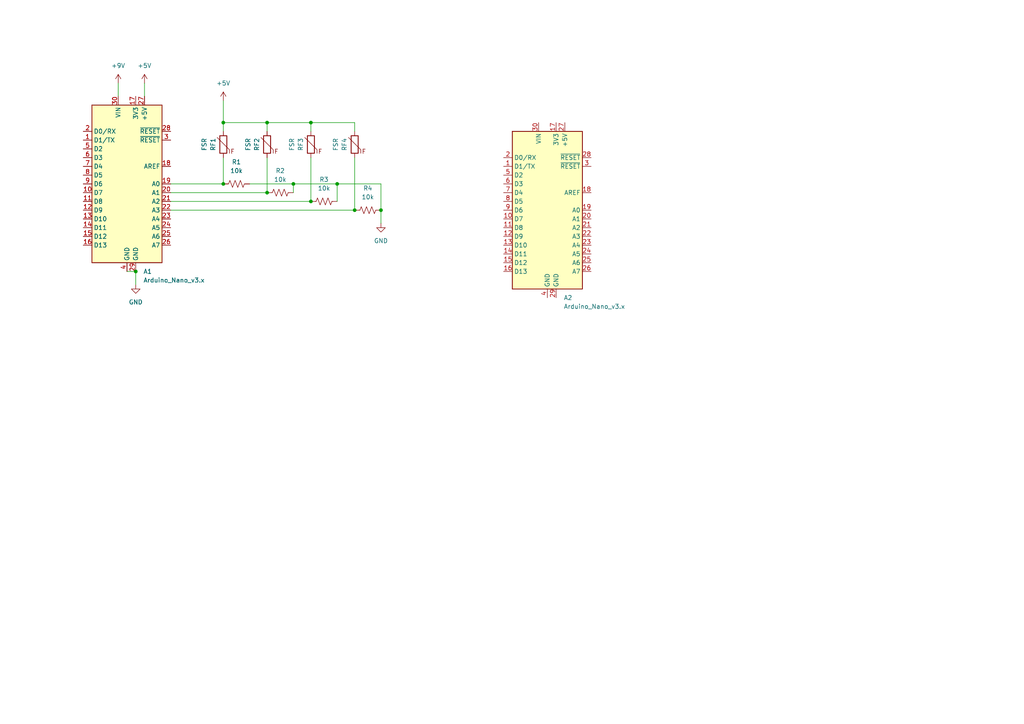
<source format=kicad_sch>
(kicad_sch (version 20230121) (generator eeschema)
  (paper "A4")
  (lib_symbols
    (symbol "Device:R_US" (pin_numbers hide) (pin_names (offset 0))
      (property "Reference" "R" (at 2.54 0 90))
      (property "Value" "R_US" (at -2.54 0 90))
      (symbol "R_US_0_1"
        (polyline (pts (xy 0 -2.286) (xy 0 -2.54)))
        (polyline (pts (xy 0 2.286) (xy 0 2.54)))
        (polyline (pts (xy 0 -0.762) (xy 1.016 -1.143) (xy 0 -1.524) (xy -1.016 -1.905) (xy 0 -2.286)))
        (polyline (pts (xy 0 0.762) (xy 1.016 0.381) (xy 0 0) (xy -1.016 -0.381) (xy 0 -0.762)))
        (polyline (pts (xy 0 2.286) (xy 1.016 1.905) (xy 0 1.524) (xy -1.016 1.143) (xy 0 0.762)))
      )
      (symbol "R_US_1_1"
        (pin passive line (at 0 3.81 270) (length 1.27) (name "~") (number "1"))
        (pin passive line (at 0 -3.81 90) (length 1.27) (name "~") (number "2"))
      )
    )
    (symbol "MCU_Module:Arduino_Nano_v3.x"
      (property "Reference" "A" (at -10.16 23.495 0))
      (property "Value" "Arduino_Nano_v3.x" (at 5.08 -24.13 0))
      (symbol "Arduino_Nano_v3.x_0_1"
        (rectangle (start -10.16 22.86) (end 10.16 -22.86) (stroke (width 0.254)) (fill (type background)))
      )
      (symbol "Arduino_Nano_v3.x_1_1"
        (pin bidirectional line (at -12.7 12.7 0) (length 2.54) (name "D1/TX") (number "1"))
        (pin bidirectional line (at -12.7 -2.54 0) (length 2.54) (name "D7") (number "10"))
        (pin bidirectional line (at -12.7 -5.08 0) (length 2.54) (name "D8") (number "11"))
        (pin bidirectional line (at -12.7 -7.62 0) (length 2.54) (name "D9") (number "12"))
        (pin bidirectional line (at -12.7 -10.16 0) (length 2.54) (name "D10") (number "13"))
        (pin bidirectional line (at -12.7 -12.7 0) (length 2.54) (name "D11") (number "14"))
        (pin bidirectional line (at -12.7 -15.24 0) (length 2.54) (name "D12") (number "15"))
        (pin bidirectional line (at -12.7 -17.78 0) (length 2.54) (name "D13") (number "16"))
        (pin power_out line (at 2.54 25.4 270) (length 2.54) (name "3V3") (number "17"))
        (pin input line (at 12.7 5.08 180) (length 2.54) (name "AREF") (number "18"))
        (pin bidirectional line (at 12.7 0 180) (length 2.54) (name "A0") (number "19"))
        (pin bidirectional line (at -12.7 15.24 0) (length 2.54) (name "D0/RX") (number "2"))
        (pin bidirectional line (at 12.7 -2.54 180) (length 2.54) (name "A1") (number "20"))
        (pin bidirectional line (at 12.7 -5.08 180) (length 2.54) (name "A2") (number "21"))
        (pin bidirectional line (at 12.7 -7.62 180) (length 2.54) (name "A3") (number "22"))
        (pin bidirectional line (at 12.7 -10.16 180) (length 2.54) (name "A4") (number "23"))
        (pin bidirectional line (at 12.7 -12.7 180) (length 2.54) (name "A5") (number "24"))
        (pin bidirectional line (at 12.7 -15.24 180) (length 2.54) (name "A6") (number "25"))
        (pin bidirectional line (at 12.7 -17.78 180) (length 2.54) (name "A7") (number "26"))
        (pin power_out line (at 5.08 25.4 270) (length 2.54) (name "+5V") (number "27"))
        (pin input line (at 12.7 15.24 180) (length 2.54) (name "~{RESET}") (number "28"))
        (pin power_in line (at 2.54 -25.4 90) (length 2.54) (name "GND") (number "29"))
        (pin input line (at 12.7 12.7 180) (length 2.54) (name "~{RESET}") (number "3"))
        (pin power_in line (at -2.54 25.4 270) (length 2.54) (name "VIN") (number "30"))
        (pin power_in line (at 0 -25.4 90) (length 2.54) (name "GND") (number "4"))
        (pin bidirectional line (at -12.7 10.16 0) (length 2.54) (name "D2") (number "5"))
        (pin bidirectional line (at -12.7 7.62 0) (length 2.54) (name "D3") (number "6"))
        (pin bidirectional line (at -12.7 5.08 0) (length 2.54) (name "D4") (number "7"))
        (pin bidirectional line (at -12.7 2.54 0) (length 2.54) (name "D5") (number "8"))
        (pin bidirectional line (at -12.7 0 0) (length 2.54) (name "D6") (number "9"))
      )
    )
    (symbol "misc_giogziro95:FSR" (pin_numbers hide) (pin_names (offset 0) hide)
      (property "Reference" "RF" (at -3.302 0 90))
      (property "Value" "FSR" (at 2.54 0 90))
      (symbol "FSR_0_1"
        (rectangle (start -1.016 2.54) (end 1.016 -2.54) (stroke (width 0.254)))
        (polyline (pts (xy -1.778 2.54) (xy -1.778 1.524) (xy 1.778 -2.032)))
      )
      (symbol "FSR_1_1"
        (text "F" (at -2.032 2.032 0) (effects (font (size 1.27 1.27)) (justify right)))
        (pin passive line (at 0 3.81 270) (length 1.27) (name "~") (number "1"))
        (pin passive line (at 0 -3.81 90) (length 1.27) (name "~") (number "2"))
      )
    )
    (symbol "power:+5V" (power) (pin_names (offset 0))
      (property "Value" "+5V" (at 0 3.556 0))
      (symbol "+5V_0_1"
        (polyline (pts (xy -0.762 1.27) (xy 0 2.54)))
        (polyline (pts (xy 0 0) (xy 0 2.54)))
        (polyline (pts (xy 0 2.54) (xy 0.762 1.27)))
      )
      (symbol "+5V_1_1"
        (pin power_in line (at 0 0 90) (length 0) hide (name "+5V") (number "1"))
      )
    )
    (symbol "power:+9V" (power) (pin_names (offset 0))
      (property "Value" "+9V" (at 0 3.556 0))
      (symbol "+9V_0_1"
        (polyline (pts (xy -0.762 1.27) (xy 0 2.54)))
        (polyline (pts (xy 0 0) (xy 0 2.54)))
        (polyline (pts (xy 0 2.54) (xy 0.762 1.27)))
      )
      (symbol "+9V_1_1"
        (pin power_in line (at 0 0 90) (length 0) hide (name "+9V") (number "1"))
      )
    )
    (symbol "power:GND" (power) (pin_names (offset 0))
      (property "Value" "GND" (at 0 -3.81 0))
      (symbol "GND_0_1"
        (polyline (pts (xy 0 0) (xy 0 -1.27) (xy 1.27 -1.27) (xy 0 -2.54) (xy -1.27 -1.27) (xy 0 -1.27)))
      )
      (symbol "GND_1_1"
        (pin power_in line (at 0 0 270) (length 0) hide (name "GND") (number "1"))
      )
    )
  )
  (junction (at 90.17 35.56))
  (junction (at 85.09 53.34))
  (junction (at 64.77 53.34))
  (junction (at 77.47 55.88))
  (junction (at 90.17 58.42))
  (junction (at 77.47 35.56))
  (junction (at 39.37 78.74))
  (junction (at 97.79 53.34))
  (junction (at 110.49 60.96))
  (junction (at 102.87 60.96))
  (junction (at 64.77 35.56))
  (wire (pts (xy 64.77 45.72) (xy 64.77 53.34)))
  (wire (pts (xy 41.91 24.13) (xy 41.91 27.94)))
  (wire (pts (xy 110.49 53.34) (xy 110.49 60.96)))
  (wire (pts (xy 110.49 60.96) (xy 110.49 64.77)))
  (wire (pts (xy 90.17 35.56) (xy 90.17 38.1)))
  (wire (pts (xy 97.79 53.34) (xy 110.49 53.34)))
  (wire (pts (xy 49.53 58.42) (xy 90.17 58.42)))
  (wire (pts (xy 64.77 35.56) (xy 77.47 35.56)))
  (wire (pts (xy 90.17 35.56) (xy 102.87 35.56)))
  (wire (pts (xy 97.79 58.42) (xy 97.79 53.34)))
  (wire (pts (xy 90.17 45.72) (xy 90.17 58.42)))
  (wire (pts (xy 34.29 24.13) (xy 34.29 27.94)))
  (wire (pts (xy 77.47 35.56) (xy 77.47 38.1)))
  (wire (pts (xy 85.09 55.88) (xy 85.09 53.34)))
  (wire (pts (xy 72.39 53.34) (xy 85.09 53.34)))
  (wire (pts (xy 64.77 29.21) (xy 64.77 35.56)))
  (wire (pts (xy 49.53 60.96) (xy 102.87 60.96)))
  (wire (pts (xy 85.09 53.34) (xy 97.79 53.34)))
  (wire (pts (xy 36.83 78.74) (xy 39.37 78.74)))
  (wire (pts (xy 102.87 45.72) (xy 102.87 60.96)))
  (wire (pts (xy 39.37 78.74) (xy 39.37 82.55)))
  (wire (pts (xy 77.47 35.56) (xy 90.17 35.56)))
  (wire (pts (xy 77.47 45.72) (xy 77.47 55.88)))
  (wire (pts (xy 49.53 53.34) (xy 64.77 53.34)))
  (wire (pts (xy 49.53 55.88) (xy 77.47 55.88)))
  (wire (pts (xy 102.87 35.56) (xy 102.87 38.1)))
  (wire (pts (xy 64.77 35.56) (xy 64.77 38.1)))
  (symbol (lib_id "misc_giogziro95:FSR") (at 77.47 41.91 180) (unit 1)
    (property "Reference" "RF2" (at 74.4883 40.005 90) (effects (justify left)))
    (property "Value" "FSR" (at 71.9483 40.005 90) (effects (justify left)))
  )
  (symbol (lib_id "power:+5V") (at 64.77 29.21 0) (unit 1)
    (property "Reference" "#PWR05" (effects hide))
    (property "Value" "+5V" (at 64.77 24.13 0))
  )
  (symbol (lib_id "Device:R_US") (at 68.58 53.34 270) (unit 1)
    (property "Reference" "R1" (at 68.58 46.99 90))
    (property "Value" "10k" (at 68.58 49.53 90))
  )
  (symbol (lib_id "power:+5V") (at 41.91 24.13 0) (unit 1)
    (property "Reference" "#PWR02" (effects hide))
    (property "Value" "+5V" (at 41.91 19.05 0))
  )
  (symbol (lib_id "MCU_Module:Arduino_Nano_v3.x") (at 36.83 53.34 0) (unit 1)
    (property "Reference" "A1" (at 41.5641 78.74 0) (effects (justify left)))
    (property "Value" "Arduino_Nano_v3.x" (at 41.5641 81.28 0) (effects (justify left)))
    (property "Footprint" "Module:Arduino_Nano" (effects hide))
    (property "Datasheet" "http://www.mouser.com/pdfdocs/Gravitech_Arduino_Nano3_0.pdf" (effects hide))
  )
  (symbol (lib_id "misc_giogziro95:FSR") (at 64.77 41.91 180) (unit 1)
    (property "Reference" "RF1" (at 61.7883 40.005 90) (effects (justify left)))
    (property "Value" "FSR" (at 59.2483 40.005 90) (effects (justify left)))
  )
  (symbol (lib_id "power:GND") (at 39.37 82.55 0) (unit 1)
    (property "Reference" "#PWR03" (effects hide))
    (property "Value" "GND" (at 39.37 87.63 0))
  )
  (symbol (lib_id "power:+9V") (at 34.29 24.13 0) (unit 1)
    (property "Reference" "#PWR04" (effects hide))
    (property "Value" "+9V" (at 34.29 19.05 0))
  )
  (symbol (lib_id "misc_giogziro95:FSR") (at 90.17 41.91 180) (unit 1)
    (property "Reference" "RF3" (at 87.1883 40.005 90) (effects (justify left)))
    (property "Value" "FSR" (at 84.6483 40.005 90) (effects (justify left)))
  )
  (symbol (lib_id "Device:R_US") (at 81.28 55.88 90) (unit 1)
    (property "Reference" "R2" (at 81.28 49.53 90))
    (property "Value" "10k" (at 81.28 52.07 90))
  )
  (symbol (lib_id "Device:R_US") (at 106.68 60.96 90) (unit 1)
    (property "Reference" "R4" (at 106.68 54.61 90))
    (property "Value" "10k" (at 106.68 57.15 90))
  )
  (symbol (lib_id "Device:R_US") (at 93.98 58.42 90) (unit 1)
    (property "Reference" "R3" (at 93.98 52.07 90))
    (property "Value" "10k" (at 93.98 54.61 90))
  )
  (symbol (lib_id "power:GND") (at 110.49 64.77 0) (unit 1)
    (property "Reference" "#PWR01" (effects hide))
    (property "Value" "GND" (at 110.49 69.85 0))
  )
  (symbol (lib_id "misc_giogziro95:FSR") (at 102.87 41.91 180) (unit 1)
    (property "Reference" "RF4" (at 99.8883 40.005 90) (effects (justify left)))
    (property "Value" "FSR" (at 97.3483 40.005 90) (effects (justify left)))
  )
  (symbol (lib_id "MCU_Module:Arduino_Nano_v3.x") (at 158.75 60.96 0) (unit 1)
    (property "Reference" "A2" (at 163.4841 86.36 0) (effects (justify left)))
    (property "Value" "Arduino_Nano_v3.x" (at 163.4841 88.9 0) (effects (justify left)))
    (property "Footprint" "Module:Arduino_Nano" (effects hide))
    (property "Datasheet" "http://www.mouser.com/pdfdocs/Gravitech_Arduino_Nano3_0.pdf" (effects hide))
  )
)
</source>
